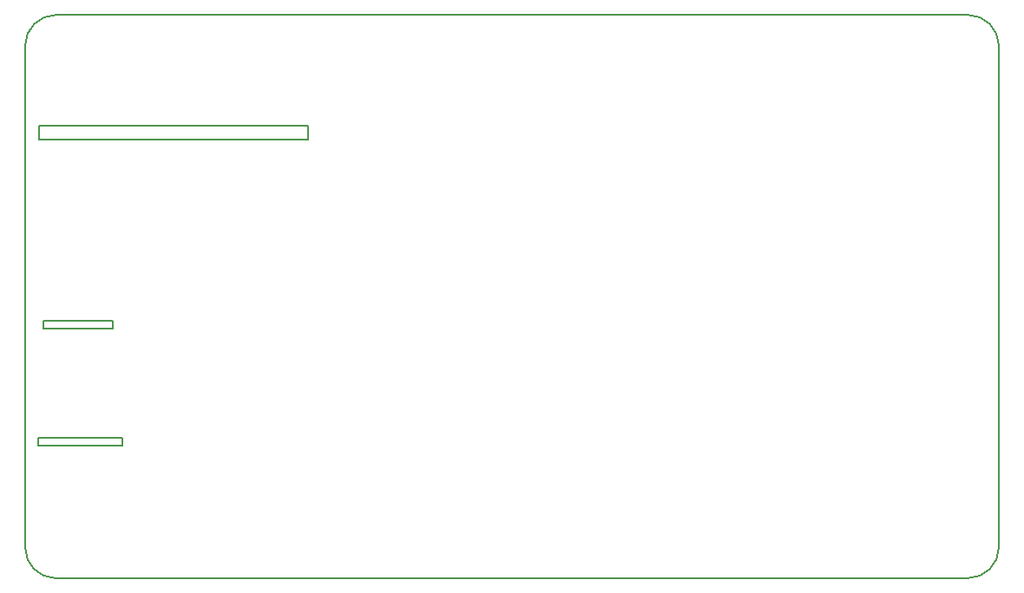
<source format=gbr>
G04 DipTrace 3.2.0.1*
G04 BoardOutline.gbr*
%MOMM*%
G04 #@! TF.FileFunction,Profile*
G04 #@! TF.Part,Single*
%ADD11C,0.14*%
%FSLAX35Y35*%
G04*
G71*
G90*
G75*
G01*
G04 BoardOutline*
%LPD*%
X-6483333Y733333D2*
D11*
X2416667D1*
G03X2716667Y1033333I4J299996D01*
G01*
Y5933333D1*
G03X2416667Y6233333I-299996J4D01*
G01*
X-6483333D1*
G03X-6783333Y5933333I-4J-299996D01*
G01*
Y1033333D1*
G03X-6483333Y733333I299996J-4D01*
G01*
X-6650327Y5156020D2*
X-4021920D1*
Y5018933D1*
X-6650327D1*
Y5156020D1*
X-6603077Y3245567D2*
X-5924507D1*
Y3170793D1*
X-6603077D1*
Y3245567D1*
X-6654840Y2104643D2*
X-5832330D1*
Y2023640D1*
X-6654840D1*
Y2104643D1*
M02*

</source>
